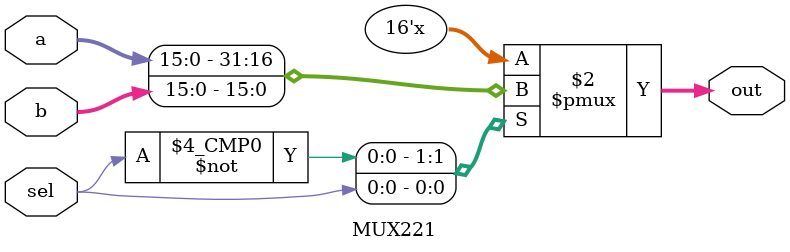
<source format=v>
`timescale 1ns / 1ps


module MUX221
            #(parameter bits=16)
             (  input sel,
                input [bits-1:0] a, b,
                output reg [bits-1:0] out );
                
    always @(sel, a, b) begin
        case (sel) 
            1'b0: out = a;
            1'b1: out = b;
            default: out = 0;
        endcase
    end

endmodule

</source>
